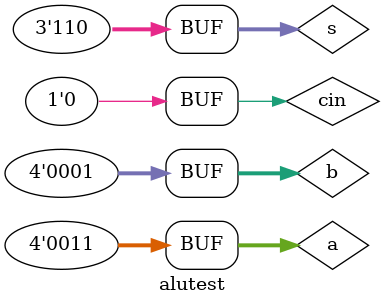
<source format=v>
`timescale 1ns / 1ps


module alutest;

	// Inputs
	reg [3:0] a;
	reg [3:0] b;
	reg [2:0] s;
	reg cin;

	// Outputs
	wire [3:0] o;
	wire cout;

	// Instantiate the Unit Under Test (UUT)
	alu uut (
		.o(o), 
		.cout(cout), 
		.a(a), 
		.b(b), 
		.s(s), 
		.cin(cin)
	);

	initial begin
		// Initialize Inputs
		a = 3;
		b = 1;
		s = 0;
		cin = 0;

		// Wait 100 ns for global reset to finish
		#100;
     a = 3;
		b = 1;
		s = 1;
		cin = 0;
		#100;
		a = 3;
		b = 1;
		s = 2;
		cin = 0;
		#100;
		a = 3;
		b = 1;
		s = 3;
		cin = 0;
		#100;
		a = 3;
		b = 1;
		s = 4;
		cin = 0;
		#100;
		a = 3;
		b = 1;
		s = 6;
		cin = 0;
	end
      
endmodule


</source>
